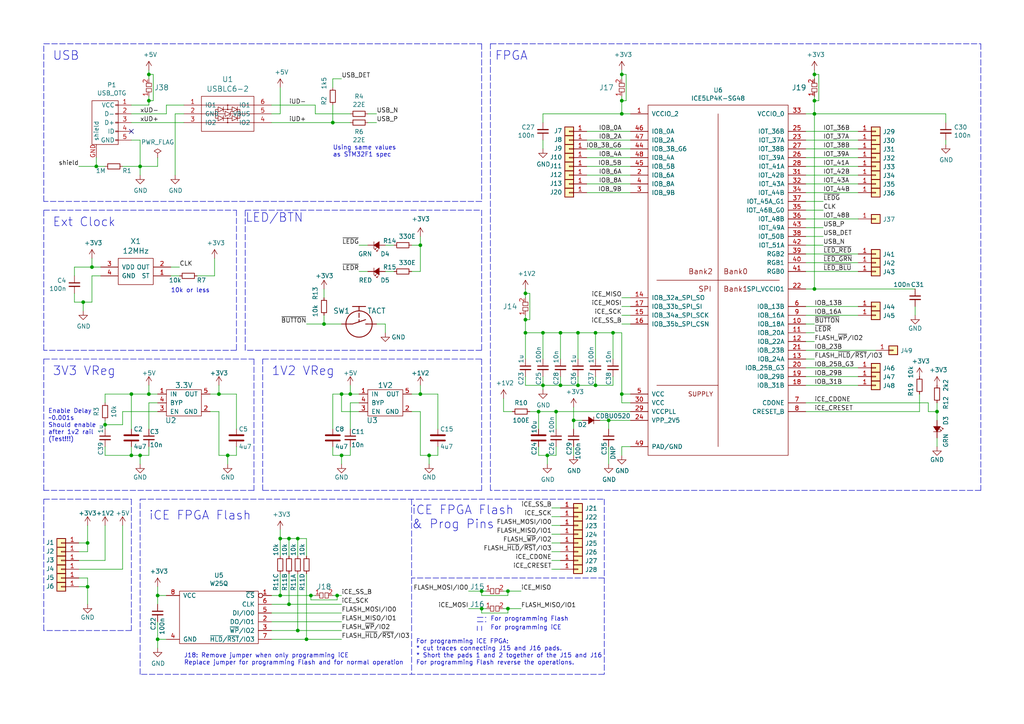
<source format=kicad_sch>
(kicad_sch (version 20231120) (generator "eeschema") (generator_version "8.0")
  (paper "A4")
  (title_block (title "iCEBreaker-bitsy") (rev "V0.1a") (company "1BitSquared") (comment 1 "2018 (C) 1BitSquared <info@1bitsquared.com>") (comment 2 "2018 (C) Piotr Esden-Tempski <piotr@esden.net>") (comment 3 "License: CC-BY-SA V4.0"))
  (junction (at 124.46 132.08))
  (junction (at 139.7 176.53))
  (junction (at 81.28 172.72))
  (junction (at 81.28 156.21))
  (junction (at 157.48 111.76))
  (junction (at 167.64 111.76))
  (junction (at 152.4 85.09))
  (junction (at 157.48 96.52))
  (junction (at 177.8 96.52))
  (junction (at 236.22 29.21))
  (junction (at 43.18 114.3))
  (junction (at 40.64 132.08))
  (junction (at 96.52 35.56))
  (junction (at 88.9 185.42))
  (junction (at 83.82 156.21))
  (junction (at 86.36 156.21))
  (junction (at 167.64 96.52))
  (junction (at 147.32 176.53))
  (junction (at 24.13 87.63))
  (junction (at 166.37 121.92))
  (junction (at 180.34 21.59))
  (junction (at 93.98 93.98))
  (junction (at 99.06 132.08))
  (junction (at 172.72 96.52))
  (junction (at 97.79 172.72))
  (junction (at 38.1 114.3))
  (junction (at 63.5 114.3))
  (junction (at 236.22 21.59))
  (junction (at 99.06 114.3))
  (junction (at 43.18 29.21))
  (junction (at 40.64 48.26))
  (junction (at 162.56 96.52))
  (junction (at 236.22 83.82))
  (junction (at 38.1 132.08))
  (junction (at 121.92 114.3))
  (junction (at 43.18 21.59))
  (junction (at 30.48 123.19))
  (junction (at 176.53 121.92))
  (junction (at 66.04 132.08))
  (junction (at 121.92 71.12))
  (junction (at 152.4 92.71))
  (junction (at 147.32 171.45))
  (junction (at 162.56 111.76))
  (junction (at 101.6 114.3))
  (junction (at 45.72 172.72))
  (junction (at 139.7 171.45))
  (junction (at 180.34 29.21))
  (junction (at 152.4 96.52))
  (junction (at 83.82 175.26))
  (junction (at 236.22 33.02))
  (junction (at 27.94 48.26))
  (junction (at 271.78 119.38))
  (junction (at 180.34 114.3))
  (junction (at 180.34 33.02))
  (junction (at 25.4 170.18))
  (junction (at 172.72 111.76))
  (junction (at 158.75 132.08))
  (junction (at 90.17 172.72))
  (junction (at 161.29 119.38))
  (junction (at 45.72 185.42))
  (junction (at 25.4 157.48))
  (junction (at 156.21 119.38))
  (junction (at 86.36 182.88))
  (junction (at 26.67 77.47))
  (no_connect (at 38.1 38.1))
  (polyline (pts (xy 71.12 60.96) (xy 139.7 60.96)) (stroke (width 0) (type dash)))
  (wire (pts (xy 43.18 114.3) (xy 43.18 111.76)))
  (wire (pts (xy 124.46 132.08) (xy 124.46 134.62)))
  (polyline (pts (xy 138.43 181.61) (xy 138.43 182.88)) (stroke (width 0) (type dash)))
  (wire (pts (xy 158.75 132.08) (xy 158.75 134.62)))
  (wire (pts (xy 38.1 33.02) (xy 48.26 33.02)))
  (polyline (pts (xy 40.64 195.58) (xy 40.64 144.78)) (stroke (width 0) (type dash)))
  (wire (pts (xy 30.48 123.19) (xy 35.56 123.19)))
  (wire (pts (xy 172.72 96.52) (xy 167.64 96.52)))
  (wire (pts (xy 38.1 114.3) (xy 43.18 114.3)))
  (polyline (pts (xy 284.48 142.24) (xy 142.24 142.24)) (stroke (width 0) (type dash)))
  (wire (pts (xy 26.67 80.01) (xy 26.67 87.63)))
  (wire (pts (xy 96.52 22.86) (xy 99.06 22.86)))
  (wire (pts (xy 162.56 165.1) (xy 160.02 165.1)))
  (wire (pts (xy 96.52 114.3) (xy 99.06 114.3)))
  (wire (pts (xy 156.21 124.46) (xy 156.21 119.38)))
  (wire (pts (xy 182.88 88.9) (xy 180.34 88.9)))
  (wire (pts (xy 147.32 177.8) (xy 147.32 176.53)))
  (wire (pts (xy 180.34 27.94) (xy 180.34 29.21)))
  (polyline (pts (xy 139.7 101.6) (xy 71.12 101.6)) (stroke (width 0) (type dash)))
  (wire (pts (xy 173.99 121.92) (xy 176.53 121.92)))
  (wire (pts (xy 237.49 29.21) (xy 236.22 29.21)))
  (wire (pts (xy 274.32 40.64) (xy 274.32 41.91)))
  (wire (pts (xy 121.92 78.74) (xy 119.38 78.74)))
  (polyline (pts (xy 284.48 12.7) (xy 284.48 142.24)) (stroke (width 0) (type dash)))
  (polyline (pts (xy 73.66 104.14) (xy 73.66 142.24)) (stroke (width 0) (type dash)))
  (wire (pts (xy 182.88 43.18) (xy 170.18 43.18)))
  (wire (pts (xy 233.68 40.64) (xy 248.92 40.64)))
  (wire (pts (xy 83.82 156.21) (xy 86.36 156.21)))
  (wire (pts (xy 162.56 147.32) (xy 160.02 147.32)))
  (wire (pts (xy 157.48 40.64) (xy 157.48 43.18)))
  (wire (pts (xy 96.52 35.56) (xy 96.52 30.48)))
  (wire (pts (xy 152.4 111.76) (xy 157.48 111.76)))
  (polyline (pts (xy 38.1 144.78) (xy 38.1 182.88)) (stroke (width 0) (type dash)))
  (wire (pts (xy 43.18 20.32) (xy 43.18 21.59)))
  (wire (pts (xy 236.22 83.82) (xy 265.43 83.82)))
  (wire (pts (xy 30.48 129.54) (xy 30.48 132.08)))
  (wire (pts (xy 233.68 116.84) (xy 269.24 116.84)))
  (wire (pts (xy 152.4 91.44) (xy 152.4 92.71)))
  (wire (pts (xy 29.21 80.01) (xy 26.67 80.01)))
  (polyline (pts (xy 139.7 60.96) (xy 139.7 101.6)) (stroke (width 0) (type dash)))
  (wire (pts (xy 96.52 35.56) (xy 101.6 35.56)))
  (wire (pts (xy 167.64 96.52) (xy 162.56 96.52)))
  (wire (pts (xy 104.14 116.84) (xy 101.6 116.84)))
  (wire (pts (xy 233.68 43.18) (xy 248.92 43.18)))
  (wire (pts (xy 22.86 165.1) (xy 35.56 165.1)))
  (wire (pts (xy 91.44 30.48) (xy 91.44 33.02)))
  (wire (pts (xy 111.76 93.98) (xy 111.76 96.52)))
  (wire (pts (xy 88.9 156.21) (xy 88.9 161.29)))
  (wire (pts (xy 182.88 86.36) (xy 180.34 86.36)))
  (wire (pts (xy 48.26 172.72) (xy 45.72 172.72)))
  (wire (pts (xy 30.48 116.84) (xy 30.48 114.3)))
  (wire (pts (xy 99.06 119.38) (xy 99.06 114.3)))
  (polyline (pts (xy 138.43 180.34) (xy 140.97 180.34)) (stroke (width 0) (type dash)))
  (wire (pts (xy 233.68 91.44) (xy 248.92 91.44)))
  (wire (pts (xy 106.68 35.56) (xy 109.22 35.56)))
  (wire (pts (xy 119.38 114.3) (xy 121.92 114.3)))
  (wire (pts (xy 78.74 30.48) (xy 91.44 30.48)))
  (wire (pts (xy 182.88 45.72) (xy 170.18 45.72)))
  (wire (pts (xy 152.4 92.71) (xy 152.4 96.52)))
  (wire (pts (xy 181.61 21.59) (xy 181.61 29.21)))
  (wire (pts (xy 182.88 91.44) (xy 180.34 91.44)))
  (wire (pts (xy 83.82 156.21) (xy 83.82 161.29)))
  (wire (pts (xy 177.8 111.76) (xy 172.72 111.76)))
  (wire (pts (xy 233.68 109.22) (xy 248.92 109.22)))
  (wire (pts (xy 233.68 38.1) (xy 248.92 38.1)))
  (wire (pts (xy 182.88 55.88) (xy 170.18 55.88)))
  (wire (pts (xy 233.68 58.42) (xy 238.76 58.42)))
  (wire (pts (xy 93.98 86.36) (xy 93.98 83.82)))
  (wire (pts (xy 81.28 33.02) (xy 81.28 25.4)))
  (wire (pts (xy 156.21 129.54) (xy 156.21 132.08)))
  (wire (pts (xy 160.02 152.4) (xy 162.56 152.4)))
  (polyline (pts (xy 139.7 142.24) (xy 76.2 142.24)) (stroke (width 0) (type dash)))
  (wire (pts (xy 180.34 29.21) (xy 180.34 33.02)))
  (wire (pts (xy 96.52 132.08) (xy 99.06 132.08)))
  (wire (pts (xy 38.1 30.48) (xy 43.18 30.48)))
  (wire (pts (xy 101.6 132.08) (xy 101.6 129.54)))
  (wire (pts (xy 35.56 165.1) (xy 35.56 152.4)))
  (wire (pts (xy 63.5 132.08) (xy 66.04 132.08)))
  (wire (pts (xy 30.48 114.3) (xy 38.1 114.3)))
  (polyline (pts (xy 76.2 142.24) (xy 76.2 104.14)) (stroke (width 0) (type dash)))
  (wire (pts (xy 21.59 80.01) (xy 21.59 77.47)))
  (polyline (pts (xy 40.64 144.78) (xy 175.26 144.78)) (stroke (width 0) (type dash)))
  (wire (pts (xy 43.18 114.3) (xy 45.72 114.3)))
  (wire (pts (xy 162.56 111.76) (xy 162.56 109.22)))
  (wire (pts (xy 96.52 129.54) (xy 96.52 132.08)))
  (wire (pts (xy 233.68 104.14) (xy 236.22 104.14)))
  (wire (pts (xy 233.68 71.12) (xy 238.76 71.12)))
  (wire (pts (xy 236.22 21.59) (xy 237.49 21.59)))
  (wire (pts (xy 172.72 109.22) (xy 172.72 111.76)))
  (wire (pts (xy 152.4 109.22) (xy 152.4 111.76)))
  (wire (pts (xy 40.64 48.26) (xy 45.72 48.26)))
  (wire (pts (xy 45.72 180.34) (xy 45.72 185.42)))
  (wire (pts (xy 43.18 132.08) (xy 43.18 129.54)))
  (wire (pts (xy 86.36 156.21) (xy 88.9 156.21)))
  (wire (pts (xy 66.04 132.08) (xy 68.58 132.08)))
  (wire (pts (xy 97.79 173.99) (xy 90.17 173.99)))
  (wire (pts (xy 269.24 119.38) (xy 271.78 119.38)))
  (wire (pts (xy 181.61 29.21) (xy 180.34 29.21)))
  (wire (pts (xy 182.88 48.26) (xy 170.18 48.26)))
  (wire (pts (xy 104.14 119.38) (xy 99.06 119.38)))
  (polyline (pts (xy 175.26 195.58) (xy 40.64 195.58)) (stroke (width 0) (type dash)))
  (wire (pts (xy 101.6 114.3) (xy 104.14 114.3)))
  (wire (pts (xy 166.37 129.54) (xy 166.37 132.08)))
  (wire (pts (xy 93.98 93.98) (xy 88.9 93.98)))
  (wire (pts (xy 21.59 87.63) (xy 24.13 87.63)))
  (wire (pts (xy 180.34 21.59) (xy 180.34 22.86)))
  (wire (pts (xy 99.06 132.08) (xy 99.06 134.62)))
  (wire (pts (xy 30.48 132.08) (xy 38.1 132.08)))
  (wire (pts (xy 43.18 21.59) (xy 43.18 22.86)))
  (wire (pts (xy 109.22 93.98) (xy 111.76 93.98)))
  (wire (pts (xy 101.6 114.3) (xy 101.6 111.76)))
  (wire (pts (xy 182.88 116.84) (xy 180.34 116.84)))
  (wire (pts (xy 78.74 175.26) (xy 83.82 175.26)))
  (wire (pts (xy 180.34 129.54) (xy 180.34 132.08)))
  (wire (pts (xy 45.72 48.26) (xy 45.72 45.72)))
  (wire (pts (xy 60.96 119.38) (xy 63.5 119.38)))
  (wire (pts (xy 139.7 171.45) (xy 135.89 171.45)))
  (wire (pts (xy 66.04 132.08) (xy 66.04 134.62)))
  (wire (pts (xy 176.53 124.46) (xy 176.53 121.92)))
  (wire (pts (xy 27.94 48.26) (xy 22.86 48.26)))
  (wire (pts (xy 271.78 116.84) (xy 271.78 119.38)))
  (wire (pts (xy 146.05 171.45) (xy 147.32 171.45)))
  (wire (pts (xy 25.4 157.48) (xy 25.4 152.4)))
  (wire (pts (xy 180.34 114.3) (xy 180.34 116.84)))
  (wire (pts (xy 274.32 33.02) (xy 274.32 35.56)))
  (wire (pts (xy 40.64 132.08) (xy 40.64 134.62)))
  (wire (pts (xy 22.86 167.64) (xy 25.4 167.64)))
  (wire (pts (xy 26.67 77.47) (xy 26.67 74.93)))
  (polyline (pts (xy 76.2 104.14) (xy 139.7 104.14)) (stroke (width 0) (type dash)))
  (wire (pts (xy 157.48 96.52) (xy 157.48 104.14)))
  (polyline (pts (xy 12.7 104.14) (xy 73.66 104.14)) (stroke (width 0) (type dash)))
  (wire (pts (xy 161.29 119.38) (xy 161.29 124.46)))
  (wire (pts (xy 162.56 96.52) (xy 157.48 96.52)))
  (wire (pts (xy 166.37 121.92) (xy 166.37 124.46)))
  (wire (pts (xy 233.68 33.02) (xy 236.22 33.02)))
  (wire (pts (xy 78.74 33.02) (xy 81.28 33.02)))
  (wire (pts (xy 78.74 172.72) (xy 81.28 172.72)))
  (wire (pts (xy 40.64 40.64) (xy 40.64 48.26)))
  (wire (pts (xy 121.92 119.38) (xy 121.92 132.08)))
  (polyline (pts (xy 139.7 181.61) (xy 139.7 182.88)) (stroke (width 0) (type dash)))
  (wire (pts (xy 63.5 114.3) (xy 68.58 114.3)))
  (wire (pts (xy 146.05 119.38) (xy 148.59 119.38)))
  (wire (pts (xy 106.68 71.12) (xy 104.14 71.12)))
  (wire (pts (xy 63.5 114.3) (xy 63.5 111.76)))
  (wire (pts (xy 38.1 129.54) (xy 38.1 132.08)))
  (wire (pts (xy 48.26 185.42) (xy 45.72 185.42)))
  (wire (pts (xy 27.94 45.72) (xy 27.94 48.26)))
  (wire (pts (xy 160.02 149.86) (xy 162.56 149.86)))
  (wire (pts (xy 25.4 160.02) (xy 25.4 157.48)))
  (wire (pts (xy 157.48 96.52) (xy 152.4 96.52)))
  (wire (pts (xy 119.38 71.12) (xy 121.92 71.12)))
  (wire (pts (xy 78.74 182.88) (xy 86.36 182.88)))
  (wire (pts (xy 265.43 88.9) (xy 265.43 91.44)))
  (wire (pts (xy 106.68 78.74) (xy 104.14 78.74)))
  (wire (pts (xy 233.68 119.38) (xy 266.7 119.38)))
  (wire (pts (xy 236.22 29.21) (xy 236.22 33.02)))
  (wire (pts (xy 93.98 91.44) (xy 93.98 93.98)))
  (wire (pts (xy 88.9 185.42) (xy 88.9 166.37)))
  (wire (pts (xy 162.56 96.52) (xy 162.56 104.14)))
  (polyline (pts (xy 12.7 144.78) (xy 38.1 144.78)) (stroke (width 0) (type dash)))
  (wire (pts (xy 233.68 83.82) (xy 236.22 83.82)))
  (wire (pts (xy 99.06 93.98) (xy 93.98 93.98)))
  (wire (pts (xy 119.38 119.38) (xy 121.92 119.38)))
  (polyline (pts (xy 12.7 58.42) (xy 12.7 12.7)) (stroke (width 0) (type dash)))
  (wire (pts (xy 44.45 29.21) (xy 43.18 29.21)))
  (wire (pts (xy 180.34 96.52) (xy 177.8 96.52)))
  (wire (pts (xy 233.68 106.68) (xy 248.92 106.68)))
  (wire (pts (xy 86.36 182.88) (xy 99.06 182.88)))
  (wire (pts (xy 81.28 172.72) (xy 90.17 172.72)))
  (polyline (pts (xy 138.43 179.07) (xy 140.97 179.07)) (stroke (width 0) (type dash)))
  (wire (pts (xy 233.68 50.8) (xy 248.92 50.8)))
  (wire (pts (xy 96.52 172.72) (xy 97.79 172.72)))
  (polyline (pts (xy 142.24 12.7) (xy 284.48 12.7)) (stroke (width 0) (type dash)))
  (wire (pts (xy 233.68 78.74) (xy 248.92 78.74)))
  (wire (pts (xy 29.21 77.47) (xy 26.67 77.47)))
  (wire (pts (xy 233.68 63.5) (xy 248.92 63.5)))
  (wire (pts (xy 45.72 172.72) (xy 45.72 170.18)))
  (wire (pts (xy 38.1 114.3) (xy 38.1 124.46)))
  (wire (pts (xy 38.1 40.64) (xy 40.64 40.64)))
  (wire (pts (xy 233.68 66.04) (xy 238.76 66.04)))
  (wire (pts (xy 177.8 96.52) (xy 177.8 104.14)))
  (wire (pts (xy 158.75 132.08) (xy 156.21 132.08)))
  (wire (pts (xy 45.72 185.42) (xy 45.72 187.96)))
  (wire (pts (xy 182.88 33.02) (xy 180.34 33.02)))
  (wire (pts (xy 172.72 111.76) (xy 167.64 111.76)))
  (wire (pts (xy 233.68 99.06) (xy 236.22 99.06)))
  (wire (pts (xy 81.28 153.67) (xy 81.28 156.21)))
  (wire (pts (xy 182.88 53.34) (xy 170.18 53.34)))
  (wire (pts (xy 35.56 123.19) (xy 35.56 119.38)))
  (polyline (pts (xy 139.7 104.14) (xy 139.7 142.24)) (stroke (width 0) (type dash)))
  (wire (pts (xy 101.6 116.84) (xy 101.6 124.46)))
  (polyline (pts (xy 12.7 12.7) (xy 139.7 12.7)) (stroke (width 0) (type dash)))
  (wire (pts (xy 269.24 116.84) (xy 269.24 119.38)))
  (wire (pts (xy 233.68 101.6) (xy 254 101.6)))
  (wire (pts (xy 24.13 87.63) (xy 24.13 90.17)))
  (wire (pts (xy 177.8 96.52) (xy 172.72 96.52)))
  (wire (pts (xy 121.92 114.3) (xy 121.92 111.76)))
  (wire (pts (xy 147.32 171.45) (xy 151.13 171.45)))
  (wire (pts (xy 160.02 154.94) (xy 162.56 154.94)))
  (polyline (pts (xy 139.7 58.42) (xy 12.7 58.42)) (stroke (width 0) (type dash)))
  (wire (pts (xy 78.74 35.56) (xy 96.52 35.56)))
  (wire (pts (xy 43.18 27.94) (xy 43.18 29.21)))
  (wire (pts (xy 106.68 33.02) (xy 109.22 33.02)))
  (wire (pts (xy 30.48 162.56) (xy 30.48 152.4)))
  (wire (pts (xy 161.29 132.08) (xy 158.75 132.08)))
  (wire (pts (xy 182.88 93.98) (xy 180.34 93.98)))
  (wire (pts (xy 233.68 73.66) (xy 248.92 73.66)))
  (wire (pts (xy 167.64 96.52) (xy 167.64 104.14)))
  (wire (pts (xy 24.13 87.63) (xy 26.67 87.63)))
  (wire (pts (xy 236.22 33.02) (xy 236.22 83.82)))
  (wire (pts (xy 121.92 78.74) (xy 121.92 71.12)))
  (wire (pts (xy 236.22 33.02) (xy 274.32 33.02)))
  (wire (pts (xy 78.74 177.8) (xy 99.06 177.8)))
  (wire (pts (xy 86.36 156.21) (xy 86.36 161.29)))
  (wire (pts (xy 147.32 172.72) (xy 147.32 171.45)))
  (wire (pts (xy 162.56 162.56) (xy 160.02 162.56)))
  (wire (pts (xy 81.28 156.21) (xy 83.82 156.21)))
  (wire (pts (xy 182.88 50.8) (xy 170.18 50.8)))
  (wire (pts (xy 35.56 48.26) (xy 40.64 48.26)))
  (wire (pts (xy 157.48 111.76) (xy 157.48 113.03)))
  (wire (pts (xy 140.97 171.45) (xy 139.7 171.45)))
  (wire (pts (xy 63.5 119.38) (xy 63.5 132.08)))
  (wire (pts (xy 139.7 172.72) (xy 147.32 172.72)))
  (wire (pts (xy 22.86 157.48) (xy 25.4 157.48)))
  (polyline (pts (xy 12.7 60.96) (xy 68.58 60.96)) (stroke (width 0) (type dash)))
  (wire (pts (xy 182.88 40.64) (xy 170.18 40.64)))
  (wire (pts (xy 83.82 175.26) (xy 99.06 175.26)))
  (wire (pts (xy 146.05 176.53) (xy 147.32 176.53)))
  (wire (pts (xy 139.7 176.53) (xy 139.7 177.8)))
  (wire (pts (xy 172.72 96.52) (xy 172.72 104.14)))
  (polyline (pts (xy 175.26 167.64) (xy 119.38 167.64)) (stroke (width 0) (type dash)))
  (wire (pts (xy 43.18 116.84) (xy 43.18 124.46)))
  (wire (pts (xy 233.68 96.52) (xy 236.22 96.52)))
  (wire (pts (xy 49.53 77.47) (xy 52.07 77.47)))
  (wire (pts (xy 153.67 92.71) (xy 152.4 92.71)))
  (wire (pts (xy 266.7 119.38) (xy 266.7 114.3)))
  (wire (pts (xy 78.74 185.42) (xy 88.9 185.42)))
  (wire (pts (xy 233.68 111.76) (xy 248.92 111.76)))
  (wire (pts (xy 97.79 172.72) (xy 99.06 172.72)))
  (wire (pts (xy 48.26 30.48) (xy 53.34 30.48)))
  (wire (pts (xy 60.96 114.3) (xy 63.5 114.3)))
  (wire (pts (xy 271.78 119.38) (xy 271.78 121.92)))
  (wire (pts (xy 236.22 21.59) (xy 236.22 22.86)))
  (wire (pts (xy 180.34 20.32) (xy 180.34 21.59)))
  (wire (pts (xy 45.72 116.84) (xy 43.18 116.84)))
  (wire (pts (xy 99.06 114.3) (xy 101.6 114.3)))
  (wire (pts (xy 233.68 68.58) (xy 238.76 68.58)))
  (wire (pts (xy 38.1 35.56) (xy 53.34 35.56)))
  (wire (pts (xy 146.05 119.38) (xy 146.05 115.57)))
  (polyline (pts (xy 139.7 12.7) (xy 139.7 58.42)) (stroke (width 0) (type dash)))
  (wire (pts (xy 44.45 21.59) (xy 44.45 29.21)))
  (wire (pts (xy 121.92 68.58) (xy 121.92 71.12)))
  (polyline (pts (xy 73.66 142.24) (xy 12.7 142.24)) (stroke (width 0) (type dash)))
  (wire (pts (xy 53.34 33.02) (xy 50.8 33.02)))
  (wire (pts (xy 182.88 119.38) (xy 161.29 119.38)))
  (wire (pts (xy 180.34 21.59) (xy 181.61 21.59)))
  (polyline (pts (xy 175.26 144.78) (xy 175.26 195.58)) (stroke (width 0) (type dash)))
  (wire (pts (xy 49.53 80.01) (xy 52.07 80.01)))
  (wire (pts (xy 43.18 21.59) (xy 44.45 21.59)))
  (wire (pts (xy 96.52 25.4) (xy 96.52 22.86)))
  (wire (pts (xy 90.17 172.72) (xy 91.44 172.72)))
  (wire (pts (xy 22.86 170.18) (xy 25.4 170.18)))
  (wire (pts (xy 27.94 48.26) (xy 30.48 48.26)))
  (wire (pts (xy 233.68 45.72) (xy 248.92 45.72)))
  (wire (pts (xy 233.68 76.2) (xy 248.92 76.2)))
  (wire (pts (xy 121.92 114.3) (xy 127 114.3)))
  (wire (pts (xy 236.22 27.94) (xy 236.22 29.21)))
  (wire (pts (xy 180.34 33.02) (xy 157.48 33.02)))
  (wire (pts (xy 140.97 176.53) (xy 139.7 176.53)))
  (wire (pts (xy 153.67 85.09) (xy 153.67 92.71)))
  (wire (pts (xy 233.68 55.88) (xy 248.92 55.88)))
  (wire (pts (xy 233.68 48.26) (xy 248.92 48.26)))
  (wire (pts (xy 177.8 109.22) (xy 177.8 111.76)))
  (wire (pts (xy 90.17 173.99) (xy 90.17 172.72)))
  (wire (pts (xy 57.15 80.01) (xy 62.23 80.01)))
  (wire (pts (xy 111.76 78.74) (xy 114.3 78.74)))
  (wire (pts (xy 176.53 121.92) (xy 182.88 121.92)))
  (wire (pts (xy 233.68 88.9) (xy 248.92 88.9)))
  (wire (pts (xy 81.28 161.29) (xy 81.28 156.21)))
  (wire (pts (xy 182.88 114.3) (xy 180.34 114.3)))
  (wire (pts (xy 157.48 111.76) (xy 162.56 111.76)))
  (polyline (pts (xy 12.7 182.88) (xy 12.7 144.78)) (stroke (width 0) (type dash)))
  (wire (pts (xy 139.7 171.45) (xy 139.7 172.72)))
  (wire (pts (xy 157.48 33.02) (xy 157.48 35.56)))
  (wire (pts (xy 233.68 93.98) (xy 236.22 93.98)))
  (wire (pts (xy 78.74 180.34) (xy 99.06 180.34)))
  (wire (pts (xy 233.68 60.96) (xy 238.76 60.96)))
  (wire (pts (xy 127 114.3) (xy 127 124.46)))
  (wire (pts (xy 160.02 157.48) (xy 162.56 157.48)))
  (wire (pts (xy 21.59 85.09) (xy 21.59 87.63)))
  (wire (pts (xy 180.34 96.52) (xy 180.34 114.3)))
  (wire (pts (xy 168.91 121.92) (xy 166.37 121.92)))
  (wire (pts (xy 236.22 20.32) (xy 236.22 21.59)))
  (wire (pts (xy 91.44 33.02) (xy 101.6 33.02)))
  (wire (pts (xy 147.32 176.53) (xy 151.13 176.53)))
  (polyline (pts (xy 38.1 182.88) (xy 12.7 182.88)) (stroke (width 0) (type dash)))
  (wire (pts (xy 25.4 167.64) (xy 25.4 170.18)))
  (wire (pts (xy 167.64 111.76) (xy 162.56 111.76)))
  (wire (pts (xy 111.76 71.12) (xy 114.3 71.12)))
  (wire (pts (xy 96.52 114.3) (xy 96.52 124.46)))
  (wire (pts (xy 271.78 127) (xy 271.78 129.54)))
  (wire (pts (xy 127 132.08) (xy 127 129.54)))
  (wire (pts (xy 237.49 21.59) (xy 237.49 29.21)))
  (wire (pts (xy 121.92 132.08) (xy 124.46 132.08)))
  (wire (pts (xy 182.88 38.1) (xy 170.18 38.1)))
  (polyline (pts (xy 12.7 142.24) (xy 12.7 104.14)) (stroke (width 0) (type dash)))
  (wire (pts (xy 157.48 109.22) (xy 157.48 111.76)))
  (wire (pts (xy 62.23 74.93) (xy 62.23 80.01)))
  (wire (pts (xy 88.9 185.42) (xy 99.06 185.42)))
  (wire (pts (xy 124.46 132.08) (xy 127 132.08)))
  (wire (pts (xy 152.4 85.09) (xy 153.67 85.09)))
  (wire (pts (xy 167.64 109.22) (xy 167.64 111.76)))
  (polyline (pts (xy 68.58 101.6) (xy 12.7 101.6)) (stroke (width 0) (type dash)))
  (wire (pts (xy 233.68 53.34) (xy 248.92 53.34)))
  (wire (pts (xy 139.7 177.8) (xy 147.32 177.8)))
  (wire (pts (xy 176.53 129.54) (xy 176.53 134.62)))
  (wire (pts (xy 22.86 160.02) (xy 25.4 160.02)))
  (wire (pts (xy 43.18 29.21) (xy 43.18 30.48)))
  (wire (pts (xy 38.1 132.08) (xy 40.64 132.08)))
  (wire (pts (xy 48.26 33.02) (xy 48.26 30.48)))
  (wire (pts (xy 182.88 129.54) (xy 180.34 129.54)))
  (wire (pts (xy 81.28 166.37) (xy 81.28 172.72)))
  (wire (pts (xy 97.79 172.72) (xy 97.79 173.99)))
  (wire (pts (xy 21.59 77.47) (xy 26.67 77.47)))
  (wire (pts (xy 166.37 121.92) (xy 166.37 118.11)))
  (wire (pts (xy 40.64 48.26) (xy 40.64 50.8)))
  (wire (pts (xy 68.58 114.3) (xy 68.58 124.46)))
  (wire (pts (xy 152.4 85.09) (xy 152.4 86.36)))
  (wire (pts (xy 68.58 132.08) (xy 68.58 129.54)))
  (wire (pts (xy 156.21 119.38) (xy 161.29 119.38)))
  (wire (pts (xy 160.02 160.02) (xy 162.56 160.02)))
  (wire (pts (xy 83.82 166.37) (xy 83.82 175.26)))
  (wire (pts (xy 153.67 119.38) (xy 156.21 119.38)))
  (wire (pts (xy 45.72 172.72) (xy 45.72 175.26)))
  (polyline (pts (xy 71.12 101.6) (xy 71.12 60.96)) (stroke (width 0) (type dash)))
  (wire (pts (xy 161.29 129.54) (xy 161.29 132.08)))
  (wire (pts (xy 30.48 121.92) (xy 30.48 123.19)))
  (wire (pts (xy 22.86 162.56) (xy 30.48 162.56)))
  (wire (pts (xy 99.06 132.08) (xy 101.6 132.08)))
  (wire (pts (xy 86.36 182.88) (xy 86.36 166.37)))
  (polyline (pts (xy 68.58 60.96) (xy 68.58 101.6)) (stroke (width 0) (type dash)))
  (wire (pts (xy 30.48 123.19) (xy 30.48 124.46)))
  (wire (pts (xy 139.7 176.53) (xy 135.89 176.53)))
  (wire (pts (xy 152.4 83.82) (xy 152.4 85.09)))
  (wire (pts (xy 50.8 33.02) (xy 50.8 50.8)))
  (wire (pts (xy 25.4 170.18) (xy 25.4 175.26)))
  (polyline (pts (xy 142.24 142.24) (xy 142.24 12.7)) (stroke (width 0) (type dash)))
  (wire (pts (xy 35.56 119.38) (xy 45.72 119.38)))
  (wire (pts (xy 152.4 96.52) (xy 152.4 104.14)))
  (polyline (pts (xy 12.7 101.6) (xy 12.7 60.96)) (stroke (width 0) (type dash)))
  (polyline (pts (xy 119.38 144.78) (xy 119.38 195.58)) (stroke (width 0) (type dash)))
  (wire (pts (xy 40.64 132.08) (xy 43.18 132.08)))
  (text "FPGA" (at 143.51 17.78 0) (effects (font (size 2.54 2.54)) (justify left bottom)))
  (text "iCE FPGA Flash" (at 43.18 151.13 0) (effects (font (size 2.54 2.54)) (justify left bottom)))
  (text "For programming Flash" (at 142.24 180.34 0) (effects (font (size 1.27 1.27)) (justify left bottom)))
  (text "For programming iCE" (at 142.24 182.88 0) (effects (font (size 1.27 1.27)) (justify left bottom)))
  (text "iCE FPGA Flash\n& Prog Pins" (at 119.38 153.67 0) (effects (font (size 2.54 2.54)) (justify left bottom)))
  (text "Using same values\nas STM32F1 spec" (at 96.52 45.72 0) (effects (font (size 1.27 1.27)) (justify left bottom)))
  (text "LED/BTN" (at 71.12 64.77 0) (effects (font (size 2.54 2.54)) (justify left bottom)))
  (text "Enable Delay\n~0.001s\nShould enable\nafter 1v2 rail\n(Test!!!)" (at 13.97 128.27 0) (effects (font (size 1.27 1.27)) (justify left bottom)))
  (text "USB" (at 15.24 17.78 0) (effects (font (size 2.54 2.54)) (justify left bottom)))
  (text "3V3 VReg" (at 15.24 109.22 0) (effects (font (size 2.54 2.54)) (justify left bottom)))
  (text "1V2 VReg" (at 78.74 109.22 0) (effects (font (size 2.54 2.54)) (justify left bottom)))
  (text "For programming iCE FPGA:\n* cut traces connecting J15 and J16 pads.\n* Short the pads 1 and 2 together of the J15 and J16\nFor programming Flash reverse the operations." (at 120.65 193.04 0) (effects (font (size 1.27 1.27)) (justify left bottom)))
  (text "10k or less" (at 49.53 85.09 0) (effects (font (size 1.27 1.27)) (justify left bottom)))
  (text "J18: Remove jumper when only programming iCE\nReplace jumper for programming Flash and for normal operation" (at 53.34 193.04 0) (effects (font (size 1.27 1.27)) (justify left bottom)))
  (text "Ext Clock" (at 15.24 66.04 0) (effects (font (size 2.54 2.54)) (justify left bottom)))
  (label "iUD+" (at 83.82 35.56 0))
  (label "FLASH_MOSI/IO0" (at 99.06 177.8 0))
  (label "iUD-" (at 83.82 30.48 0))
  (label "FLASH_MISO/IO1" (at 151.13 176.53 0))
  (label "~{LEDG}" (at 104.14 71.12 180))
  (label "shield" (at 22.86 48.26 180))
  (label "iCE_SCK" (at 160.02 149.86 180))
  (label "IOT_41A" (at 238.76 48.26 0))
  (label "~{LED_RED}" (at 238.76 73.66 0))
  (label "USB_DET" (at 99.06 22.86 0))
  (label "iCE_SCK" (at 99.06 175.26 0))
  (label "IOB_3B_G6" (at 180.34 43.18 180))
  (label "USB_P" (at 238.76 66.04 0))
  (label "USB_DET" (at 238.76 68.58 0))
  (label "iCE_MOSI" (at 180.34 88.9 180))
  (label "USB_N" (at 109.22 33.02 0))
  (label "iCE_MISO" (at 180.34 86.36 180))
  (label "FLASH_~{WP}/IO2" (at 160.02 157.48 180))
  (label "USB_P" (at 109.22 35.56 0))
  (label "IOT_39A" (at 238.76 45.72 0))
  (label "IOB_25B_G3" (at 236.22 106.68 0))
  (label "~{BUTTON}" (at 236.22 93.98 0))
  (label "USB_N" (at 238.76 71.12 0))
  (label "IOB_0A" (at 180.34 38.1 180))
  (label "iCE_MISO" (at 151.13 171.45 0))
  (label "~{LEDG}" (at 238.76 58.42 0))
  (label "IOT_42B" (at 238.76 50.8 0))
  (label "~{LEDR}" (at 236.22 96.52 0))
  (label "FLASH_~{WP}/IO2" (at 99.06 182.88 0))
  (label "iCE_SS_B" (at 160.02 147.32 180))
  (label "IOB_2A" (at 180.34 40.64 180))
  (label "~{LEDR}" (at 104.14 78.74 180))
  (label "IOB_23B" (at 236.22 101.6 0))
  (label "FLASH_~{WP}/IO2" (at 236.22 99.06 0))
  (label "iCE_CRESET" (at 160.02 165.1 180))
  (label "CLK" (at 238.76 60.96 0))
  (label "FLASH_~{HLD}/~{RST}/IO3" (at 99.06 185.42 0))
  (label "~{LED_BLU}" (at 238.76 78.74 0))
  (label "IOB_6A" (at 180.34 50.8 180))
  (label "IOB_16A" (at 236.22 91.44 0))
  (label "IOT_37A" (at 238.76 40.64 0))
  (label "iCE_SCK" (at 180.34 91.44 180))
  (label "~{LED_GRN}" (at 238.76 76.2 0))
  (label "iCE_CDONE" (at 236.22 116.84 0))
  (label "FLASH_MOSI/IO0" (at 160.02 152.4 180))
  (label "IOT_43A" (at 238.76 53.34 0))
  (label "FLASH_MISO/IO1" (at 99.06 180.34 0))
  (label "iCE_MOSI" (at 135.89 176.53 180))
  (label "xUD+" (at 40.64 35.56 0))
  (label "IOB_29B" (at 236.22 109.22 0))
  (label "CLK" (at 52.07 77.47 0))
  (label "IOB_31B" (at 236.22 111.76 0))
  (label "IOB_4A" (at 180.34 45.72 180))
  (label "xUD-" (at 40.64 33.02 0))
  (label "IOB_9B" (at 180.34 55.88 180))
  (label "FLASH_MISO/IO1" (at 160.02 154.94 180))
  (label "IOT_36B" (at 238.76 38.1 0))
  (label "IOB_8A" (at 180.34 53.34 180))
  (label "FLASH_MOSI/IO0" (at 135.89 171.45 180))
  (label "FLASH_~{HLD}/~{RST}/IO3" (at 160.02 160.02 180))
  (label "IOB_13B" (at 236.22 88.9 0))
  (label "iCE_CDONE" (at 160.02 162.56 180))
  (label "iCE_SS_B" (at 99.06 172.72 0))
  (label "IOB_5B" (at 180.34 48.26 180))
  (label "IOT_38B" (at 238.76 43.18 0))
  (label "FLASH_~{HLD}/~{RST}/IO3" (at 236.22 104.14 0))
  (label "~{BUTTON}" (at 88.9 93.98 180))
  (label "iCE_SS_B" (at 180.34 93.98 180))
  (label "IOT_44B" (at 238.76 55.88 0))
  (label "IOT_48B" (at 238.76 63.5 0))
  (label "iCE_CRESET" (at 236.22 119.38 0))
  (symbol (lib_id "icebreaker-bitsy-rescue:ICE5LP4K-SG48-pkl_lattice") (at 208.28 81.28 0) (unit 1)
    (property "Reference" "U6" (at 208.28 26.162 0))
    (property "Value" "ICE5LP4K-SG48" (at 208.28 28.5242 0))
    (property "Footprint" "pkl_housings_dfn_qfn:QFN-48-1EP_7x7mm_Pitch0.5mm" (effects (hide yes)))
    (property "Source" "ANY" (effects (hide yes)))
    (property "Key" "ic-ice5lp4k-sg48" (effects (hide yes)))
  )
  (symbol (lib_id "icebreaker-bitsy-rescue:GND-power") (at 180.34 132.08 0) (unit 1)
    (property "Reference" "#PWR01" (effects (hide yes)))
    (property "Value" "GND" (at 180.467 136.5504 0))
  )
  (symbol (lib_id "icebreaker-bitsy-rescue:Oscillator-pkl_device") (at 39.37 80.01 180) (unit 1)
    (property "Reference" "X1" (at 39.37 69.977 0) (effects (font (size 1.524 1.524))))
    (property "Value" "12MHz" (at 39.37 72.771 0) (effects (font (size 1.524 1.524))))
    (property "Footprint" "pkl_housings_sot:SOT-23-5" (effects (hide yes)))
    (property "Datasheet" "https://www.sitime.com/datasheet/SiT2001" (effects (hide yes)))
    (property "Description" "12MHz Oscillator" (effects (hide yes)))
    (property "Manufacturer" "SiTIME" (effects (hide yes)))
    (property "MFN" "SIT2001BI-S2-33E-12.000000G" (effects (hide yes)))
    (property "Source" "ANY" (effects (hide yes)))
    (property "Key" "xtal-sot23-5-12mhz-osc" (effects (hide yes)))
  )
  (symbol (lib_id "icebreaker-bitsy-rescue:pkl_R_Small-pkl_device") (at 54.61 80.01 270) (unit 1)
    (property "Reference" "R7" (at 58.42 81.28 90))
    (property "Value" "10k" (at 50.8 81.28 90))
    (property "Footprint" "pkl_dipol:R_0402" (effects (hide yes)))
    (property "Source" "ANY" (effects (hide yes)))
    (property "Key" "res-0402-10k" (effects (hide yes)))
  )
  (symbol (lib_id "icebreaker-bitsy-rescue:+3V3-power") (at 62.23 74.93 0) (unit 1)
    (property "Reference" "#PWR02" (effects (hide yes)))
    (property "Value" "+3V3" (at 62.611 70.4596 0))
  )
  (symbol (lib_id "icebreaker-bitsy-rescue:+3V3-power") (at 26.67 74.93 0) (unit 1)
    (property "Reference" "#PWR03" (effects (hide yes)))
    (property "Value" "+3V3" (at 27.051 70.4596 0))
  )
  (symbol (lib_id "icebreaker-bitsy-rescue:GND-power") (at 24.13 90.17 0) (unit 1)
    (property "Reference" "#PWR05" (effects (hide yes)))
    (property "Value" "GND" (at 24.257 94.6404 0))
  )
  (symbol (lib_id "icebreaker-bitsy-rescue:pkl_C_Small-pkl_device") (at 21.59 82.55 0) (mirror y) (unit 1)
    (property "Reference" "C4" (at 19.2532 81.3562 0) (effects (justify left)))
    (property "Value" "100n" (at 19.2532 83.7184 0) (effects (justify left)))
    (property "Footprint" "pkl_dipol:C_0402" (effects (hide yes)))
    (property "Source" "ANY" (effects (hide yes)))
    (property "Key" "cap-cer-0402-100n" (effects (hide yes)))
  )
  (symbol (lib_id "icebreaker-bitsy-rescue:pkl_USB_OTG-pkl_conn") (at 30.48 35.56 90) (mirror x) (unit 1)
    (property "Reference" "P1" (at 32.4104 24.638 90))
    (property "Value" "USB_OTG" (at 32.4104 27.0002 90))
    (property "Footprint" "pkl_connectors:Connector_USB_Micro_B_SMD" (effects (hide yes)))
    (property "Key" "conn-smd-usb-micro-b" (effects (hide yes)))
    (property "Source" "ANY" (effects (hide yes)))
  )
  (symbol (lib_id "icebreaker-bitsy-rescue:pkl_R_Small-pkl_device") (at 33.02 48.26 270) (unit 1)
    (property "Reference" "R1" (at 36.83 49.53 90))
    (property "Value" "1M" (at 29.21 49.53 90))
    (property "Footprint" "pkl_dipol:R_0402" (effects (hide yes)))
    (property "Source" "ANY" (effects (hide yes)))
    (property "Key" "res-0402-1m" (effects (hide yes)))
  )
  (symbol (lib_id "icebreaker-bitsy-rescue:GND-power") (at 40.64 50.8 0) (unit 1)
    (property "Reference" "#PWR06" (effects (hide yes)))
    (property "Value" "GND" (at 40.767 55.2704 0))
  )
  (symbol (lib_id "icebreaker-bitsy-rescue:PWR_FLAG-power") (at 45.72 45.72 0) (unit 1)
    (property "Reference" "#FLG01" (effects (hide yes)))
    (property "Value" "PWR_FLAG" (at 45.72 41.2242 0))
  )
  (symbol (lib_id "icebreaker-bitsy-rescue:+5V-power") (at 43.18 20.32 0) (unit 1)
    (property "Reference" "#PWR08" (effects (hide yes)))
    (property "Value" "+5V" (at 43.561 15.8496 0))
  )
  (symbol (lib_id "icebreaker-bitsy-rescue:pkl_C_Small-pkl_device") (at 177.8 106.68 0) (mirror y) (unit 1)
    (property "Reference" "C38" (at 176.53 111.76 90) (effects (justify left)))
    (property "Value" "10n" (at 176.53 105.41 90) (effects (justify left)))
    (property "Footprint" "pkl_dipol:C_0402" (effects (hide yes)))
    (property "Source" "ANY" (effects (hide yes)))
    (property "Key" "cap-cer-0402-10n" (effects (hide yes)))
  )
  (symbol (lib_id "icebreaker-bitsy-rescue:pkl_C_Small-pkl_device") (at 172.72 106.68 0) (mirror y) (unit 1)
    (property "Reference" "C37" (at 171.45 111.76 90) (effects (justify left)))
    (property "Value" "100n" (at 171.45 105.41 90) (effects (justify left)))
    (property "Footprint" "pkl_dipol:C_0402" (effects (hide yes)))
    (property "Source" "ANY" (effects (hide yes)))
    (property "Key" "cap-cer-0402-100n" (effects (hide yes)))
  )
  (symbol (lib_id "icebreaker-bitsy-rescue:pkl_C_Small-pkl_device") (at 167.64 106.68 0) (mirror y) (unit 1)
    (property "Reference" "C36" (at 166.37 111.76 90) (effects (justify left)))
    (property "Value" "1u" (at 166.37 105.41 90) (effects (justify left)))
    (property "Footprint" "pkl_dipol:C_0402" (effects (hide yes)))
    (property "Source" "ANY" (effects (hide yes)))
    (property "Key" "cap-cer-0402-1u" (effects (hide yes)))
  )
  (symbol (lib_id "icebreaker-bitsy-rescue:pkl_VREG_5PIN_FIXED-pkl_device") (at 53.34 116.84 0) (unit 1)
    (property "Reference" "U2" (at 49.53 121.92 0) (effects (font (size 1.524 1.524))))
    (property "Value" "3.3V" (at 53.34 111.76 0) (effects (font (size 1.524 1.524))))
    (property "Footprint" "pkl_housings_sot:SOT-23-5" (effects (hide yes)))
    (property "Source" "ANY" (effects (hide yes)))
    (property "Key" "vreg-sot23-5-3v3" (effects (hide yes)))
  )
  (symbol (lib_id "icebreaker-bitsy-rescue:pkl_C-pkl_device") (at 38.1 127 0) (unit 1)
    (property "Reference" "C2" (at 38.735 124.46 0) (effects (justify left)))
    (property "Value" "4u7" (at 38.735 129.54 0) (effects (justify left)))
    (property "Footprint" "pkl_dipol:C_0603" (effects (hide yes)))
    (property "Source" "ANY" (effects (hide yes)))
    (property "Key" "cap-cer-0603-4u7" (effects (hide yes)))
  )
  (symbol (lib_id "icebreaker-bitsy-rescue:pkl_C_Small-pkl_device") (at 43.18 127 0) (unit 1)
    (property "Reference" "C3" (at 43.434 125.222 0) (effects (justify left)))
    (property "Value" "10n" (at 43.434 129.032 0) (effects (justify left)))
    (property "Footprint" "pkl_dipol:C_0402" (effects (hide yes)))
    (property "Source" "ANY" (effects (hide yes)))
    (property "Key" "cap-cer-0402-10n" (effects (hide yes)))
  )
  (symbol (lib_id "icebreaker-bitsy-rescue:GND-power") (at 40.64 134.62 0) (unit 1)
    (property "Reference" "#PWR081" (effects (hide yes)))
    (property "Value" "GND" (at 40.64 138.43 0))
  )
  (symbol (lib_id "icebreaker-bitsy-rescue:pkl_C-pkl_device") (at 68.58 127 0) (unit 1)
    (property "Reference" "C5" (at 69.215 124.46 0) (effects (justify left)))
    (property "Value" "4u7" (at 69.215 129.54 0) (effects (justify left)))
    (property "Footprint" "pkl_dipol:C_0603" (effects (hide yes)))
    (property "Source" "ANY" (effects (hide yes)))
    (property "Key" "cap-cer-0603-4u7" (effects (hide yes)))
  )
  (symbol (lib_id "icebreaker-bitsy-rescue:GND-power") (at 66.04 134.62 0) (unit 1)
    (property "Reference" "#PWR082" (effects (hide yes)))
    (property "Value" "GND" (at 66.04 138.43 0))
  )
  (symbol (lib_id "icebreaker-bitsy-rescue:+5V-power") (at 43.18 111.76 0) (unit 1)
    (property "Reference" "#PWR083" (effects (hide yes)))
    (property "Value" "+5V" (at 43.18 108.204 0))
  )
  (symbol (lib_id "icebreaker-bitsy-rescue:+3V3-power") (at 63.5 111.76 0) (unit 1)
    (property "Reference" "#PWR084" (effects (hide yes)))
    (property "Value" "+3V3" (at 63.5 108.204 0))
  )
  (symbol (lib_id "icebreaker-bitsy-rescue:pkl_VREG_5PIN_FIXED-pkl_device") (at 111.76 116.84 0) (unit 1)
    (property "Reference" "U3" (at 107.95 121.92 0) (effects (font (size 1.524 1.524))))
    (property "Value" "1V2" (at 111.76 111.76 0) (effects (font (size 1.524 1.524))))
    (property "Footprint" "pkl_housings_sot:SOT-23-5" (effects (hide yes)))
    (property "Source" "ANY" (effects (hide yes)))
    (property "Key" "vreg-sot23-5-1v2" (effects (hide yes)))
  )
  (symbol (lib_id "icebreaker-bitsy-rescue:pkl_C-pkl_device") (at 96.52 127 0) (unit 1)
    (property "Reference" "C8" (at 97.155 124.46 0) (effects (justify left)))
    (property "Value" "4u7" (at 97.155 129.54 0) (effects (justify left)))
    (property "Footprint" "pkl_dipol:C_0603" (effects (hide yes)))
    (property "Source" "ANY" (effects (hide yes)))
    (property "Key" "cap-cer-0603-4u7" (effects (hide yes)))
  )
  (symbol (lib_id "icebreaker-bitsy-rescue:pkl_C_Small-pkl_device") (at 101.6 127 0) (unit 1)
    (property "Reference" "C11" (at 101.854 125.222 0) (effects (justify left)))
    (property "Value" "10n" (at 101.854 129.032 0) (effects (justify left)))
    (property "Footprint" "pkl_dipol:C_0402" (effects (hide yes)))
    (property "Source" "ANY" (effects (hide yes)))
    (property "Key" "cap-cer-0402-10n" (effects (hide yes)))
  )
  (symbol (lib_id "icebreaker-bitsy-rescue:GND-power") (at 99.06 134.62 0) (unit 1)
    (property "Reference" "#PWR085" (effects (hide yes)))
    (property "Value" "GND" (at 99.06 138.43 0))
  )
  (symbol (lib_id "icebreaker-bitsy-rescue:pkl_C-pkl_device") (at 127 127 0) (unit 1)
    (property "Reference" "C15" (at 127.635 124.46 0) (effects (justify left)))
    (property "Value" "4u7" (at 127.635 129.54 0) (effects (justify left)))
    (property "Footprint" "pkl_dipol:C_0603" (effects (hide yes)))
    (property "Source" "ANY" (effects (hide yes)))
    (property "Key" "cap-cer-0603-4u7" (effects (hide yes)))
  )
  (symbol (lib_id "icebreaker-bitsy-rescue:GND-power") (at 124.46 134.62 0) (unit 1)
    (property "Reference" "#PWR086" (effects (hide yes)))
    (property "Value" "GND" (at 124.46 138.43 0))
  )
  (symbol (lib_id "icebreaker-bitsy-rescue:+5V-power") (at 101.6 111.76 0) (unit 1)
    (property "Reference" "#PWR087" (effects (hide yes)))
    (property "Value" "+5V" (at 101.6 108.204 0))
  )
  (symbol (lib_id "icebreaker-bitsy-rescue:+1V2-power") (at 121.92 111.76 0) (unit 1)
    (property "Reference" "#PWR088" (effects (hide yes)))
    (property "Value" "+1V2" (at 121.92 108.204 0))
  )
  (symbol (lib_id "icebreaker-bitsy-rescue:pkl_Diode_Small-pkl_device") (at 171.45 121.92 0) (unit 1)
    (property "Reference" "D2" (at 168.91 123.19 0))
    (property "Value" "CDBU0520" (at 177.8 120.65 0))
    (property "Footprint" "pkl_dipol:D_0603" (effects (hide yes)))
    (property "Key" "diode-schottky-0603" (effects (hide yes)))
    (property "Source" "ANY" (effects (hide yes)))
  )
  (symbol (lib_id "icebreaker-bitsy-rescue:pkl_C_Small-pkl_device") (at 166.37 127 0) (mirror y) (unit 1)
    (property "Reference" "C29" (at 165.1 132.08 90) (effects (justify left)))
    (property "Value" "100n" (at 167.64 133.35 90) (effects (justify left)))
    (property "Footprint" "pkl_dipol:C_0402" (effects (hide yes)))
    (property "Source" "ANY" (effects (hide yes)))
    (property "Key" "cap-cer-0402-100n" (effects (hide yes)))
  )
  (symbol (lib_id "icebreaker-bitsy-rescue:GND-power") (at 166.37 132.08 0) (unit 1)
    (property "Reference" "#PWR034" (effects (hide yes)))
    (property "Value" "GND" (at 166.497 136.5504 0))
  )
  (symbol (lib_id "icebreaker-bitsy-rescue:+3V3-power") (at 166.37 118.11 0) (unit 1)
    (property "Reference" "#PWR035" (effects (hide yes)))
    (property "Value" "+3V3" (at 166.751 113.6396 0))
  )
  (symbol (lib_id "icebreaker-bitsy-rescue:pkl_R_Small-pkl_device") (at 151.13 119.38 270) (unit 1)
    (property "Reference" "R10" (at 151.13 116.84 90))
    (property "Value" "100E" (at 151.13 121.92 90))
    (property "Footprint" "pkl_dipol:R_0402" (effects (hide yes)))
    (property "Source" "ANY" (effects (hide yes)))
    (property "Key" "res-0402-100" (effects (hide yes)))
  )
  (symbol (lib_id "icebreaker-bitsy-rescue:pkl_C_Small-pkl_device") (at 161.29 127 0) (mirror y) (unit 1)
    (property "Reference" "C26" (at 160.02 132.08 90) (effects (justify left)))
    (property "Value" "100n" (at 160.02 125.73 90) (effects (justify left)))
    (property "Footprint" "pkl_dipol:C_0402" (effects (hide yes)))
    (property "Source" "ANY" (effects (hide yes)))
    (property "Key" "cap-cer-0402-100n" (effects (hide yes)))
  )
  (symbol (lib_id "icebreaker-bitsy-rescue:pkl_C-pkl_device") (at 156.21 127 0) (mirror y) (unit 1)
    (property "Reference" "C24" (at 154.94 132.08 90) (effects (justify left)))
    (property "Value" "10u" (at 154.94 125.73 90) (effects (justify left)))
    (property "Footprint" "pkl_dipol:C_0603" (effects (hide yes)))
    (property "Source" "ANY" (effects (hide yes)))
    (property "Key" "cap-cer-0603-10u" (effects (hide yes)))
  )
  (symbol (lib_id "icebreaker-bitsy-rescue:GND-power") (at 158.75 134.62 0) (unit 1)
    (property "Reference" "#PWR036" (effects (hide yes)))
    (property "Value" "GND" (at 158.877 139.0904 0))
  )
  (symbol (lib_id "icebreaker-bitsy-rescue:+1V2-power") (at 146.05 115.57 0) (unit 1)
    (property "Reference" "#PWR037" (effects (hide yes)))
    (property "Value" "+1V2" (at 146.431 111.0996 0))
  )
  (symbol (lib_id "icebreaker-bitsy-rescue:pkl_C_Small-pkl_device") (at 162.56 106.68 0) (mirror y) (unit 1)
    (property "Reference" "C28" (at 161.29 111.76 90) (effects (justify left)))
    (property "Value" "10n" (at 161.29 105.41 90) (effects (justify left)))
    (property "Footprint" "pkl_dipol:C_0402" (effects (hide yes)))
    (property "Source" "ANY" (effects (hide yes)))
    (property "Key" "cap-cer-0402-10n" (effects (hide yes)))
  )
  (symbol (lib_id "icebreaker-bitsy-rescue:pkl_C_Small-pkl_device") (at 157.48 106.68 0) (mirror y) (unit 1)
    (property "Reference" "C25" (at 156.21 111.76 90) (effects (justify left)))
    (property "Value" "100n" (at 156.21 105.41 90) (effects (justify left)))
    (property "Footprint" "pkl_dipol:C_0402" (effects (hide yes)))
    (property "Source" "ANY" (effects (hide yes)))
    (property "Key" "cap-cer-0402-100n" (effects (hide yes)))
  )
  (symbol (lib_id "icebreaker-bitsy-rescue:pkl_C_Small-pkl_device") (at 152.4 106.68 0) (mirror y) (unit 1)
    (property "Reference" "C23" (at 151.13 111.76 90) (effects (justify left)))
    (property "Value" "1u" (at 151.13 105.41 90) (effects (justify left)))
    (property "Footprint" "pkl_dipol:C_0402" (effects (hide yes)))
    (property "Source" "ANY" (effects (hide yes)))
    (property "Key" "cap-cer-0402-1u" (effects (hide yes)))
  )
  (symbol (lib_id "icebreaker-bitsy-rescue:GND-power") (at 157.48 113.03 0) (unit 1)
    (property "Reference" "#PWR038" (effects (hide yes)))
    (property "Value" "GND" (at 157.607 117.5004 0))
  )
  (symbol (lib_id "icebreaker-bitsy-rescue:+1V2-power") (at 152.4 83.82 0) (unit 1)
    (property "Reference" "#PWR039" (effects (hide yes)))
    (property "Value" "+1V2" (at 152.781 79.3496 0))
  )
  (symbol (lib_id "icebreaker-bitsy-rescue:pkl_R_Small-pkl_device") (at 30.48 119.38 0) (unit 1)
    (property "Reference" "R3" (at 27.94 119.38 90))
    (property "Value" "10k" (at 33.02 119.38 90))
    (property "Footprint" "pkl_dipol:R_0402" (effects (hide yes)))
    (property "Source" "ANY" (effects (hide yes)))
    (property "Key" "res-0402-10k" (effects (hide yes)))
  )
  (symbol (lib_id "icebreaker-bitsy-rescue:pkl_C_Small-pkl_device") (at 30.48 127 0) (mirror y) (unit 1)
    (property "Reference" "C39" (at 29.21 132.08 90) (effects (justify left)))
    (property "Value" "1u" (at 29.21 125.73 90) (effects (justify left)))
    (property "Footprint" "pkl_dipol:C_0402" (effects (hide yes)))
    (property "Source" "ANY" (effects (hide yes)))
    (property "Key" "cap-cer-0402-1u" (effects (hide yes)))
  )
  (symbol (lib_id "icebreaker-bitsy-rescue:W25Q-pkl_memory") (at 63.5 177.8 0) (mirror y) (unit 1)
    (property "Reference" "U5" (at 63.5 166.878 0))
    (property "Value" "W25Q" (at 63.5 169.2402 0))
    (property "Footprint" "pkl_housings_soic:SOIC-8_5.3x5.3mm_Pitch1.27mm" (effects (hide yes)))
    (property "Source" "ANY" (effects (hide yes)))
    (property "Key" "eeprom-so8w-W25Q" (effects (hide yes)))
  )
  (symbol (lib_id "icebreaker-bitsy-rescue:+3V3-power") (at 45.72 170.18 0) (unit 1)
    (property "Reference" "#PWR040" (effects (hide yes)))
    (property "Value" "+3V3" (at 46.101 165.7096 0))
  )
  (symbol (lib_id "icebreaker-bitsy-rescue:pkl_C_Small-pkl_device") (at 45.72 177.8 0) (mirror y) (unit 1)
    (property "Reference" "C22" (at 44.45 182.88 90) (effects (justify left)))
    (property "Value" "100n" (at 46.99 184.15 90) (effects (justify left)))
    (property "Footprint" "pkl_dipol:C_0402" (effects (hide yes)))
    (property "Source" "ANY" (effects (hide yes)))
    (property "Key" "cap-cer-0402-100n" (effects (hide yes)))
  )
  (symbol (lib_id "icebreaker-bitsy-rescue:GND-power") (at 45.72 187.96 0) (unit 1)
    (property "Reference" "#PWR041" (effects (hide yes)))
    (property "Value" "GND" (at 45.847 192.4304 0))
  )
  (symbol (lib_id "icebreaker-bitsy-rescue:pkl_R_Small-pkl_device") (at 266.7 111.76 0) (unit 1)
    (property "Reference" "R19" (at 264.16 113.03 90))
    (property "Value" "10k" (at 264.16 107.95 90))
    (property "Footprint" "pkl_dipol:R_0402" (effects (hide yes)))
    (property "Source" "ANY" (effects (hide yes)))
    (property "Key" "res-0402-10k" (effects (hide yes)))
  )
  (symbol (lib_id "icebreaker-bitsy-rescue:+3V3-power") (at 266.7 109.22 0) (unit 1)
    (property "Reference" "#PWR095" (effects (hide yes)))
    (property "Value" "+3V3" (at 267.081 104.7496 0))
  )
  (symbol (lib_id "icebreaker-bitsy-rescue:Jumper-pkl_misc") (at 93.98 172.72 0) (unit 1)
    (property "Reference" "J18" (at 93.98 170.18 0) (effects (font (size 1.524 1.524))))
    (property "Value" "Jumper" (effects (hide yes)))
    (property "Footprint" "pkl_jumpers:J_0603" (effects (hide yes)))
    (property "Source" "ANY" (effects (hide yes)))
  )
  (symbol (lib_id "icebreaker-bitsy-rescue:pkl_R_Small-pkl_device") (at 96.52 27.94 0) (unit 1)
    (property "Reference" "R2" (at 93.98 29.21 90))
    (property "Value" "1k5" (at 93.98 24.13 90))
    (property "Footprint" "pkl_dipol:R_0402" (effects (hide yes)))
    (property "Key" "res-0402-1k5" (effects (hide yes)))
    (property "Source" "ANY" (effects (hide yes)))
  )
  (symbol (lib_id "icebreaker-bitsy-rescue:pkl_R4_Small-pkl_device") (at 86.36 163.83 0) (unit 1)
    (property "Reference" "R11" (at 85.09 171.45 90) (effects (justify left)))
    (property "Value" "10k" (at 85.09 161.29 90) (effects (justify left)))
    (property "Footprint" "pkl_dipol:R_Array_Convex_4x0402" (effects (hide yes)))
    (property "Source" "ANY" (effects (hide yes)))
    (property "Key" "res-0402cv-array-4-10k" (effects (hide yes)))
  )
  (symbol (lib_id "icebreaker-bitsy-rescue:pkl_R4_Small-pkl_device") (at 83.82 163.83 0) (unit 2)
    (property "Reference" "R11" (at 82.55 171.45 90) (effects (justify left)))
    (property "Value" "10k" (at 82.55 161.29 90) (effects (justify left)))
    (property "Footprint" "pkl_dipol:R_Array_Convex_4x0402" (effects (hide yes)))
    (property "Source" "ANY" (effects (hide yes)))
    (property "Key" "res-0402cv-array-4-10k" (effects (hide yes)))
  )
  (symbol (lib_id "icebreaker-bitsy-rescue:pkl_R4_Small-pkl_device") (at 81.28 163.83 0) (unit 3)
    (property "Reference" "R11" (at 80.01 171.45 90) (effects (justify left)))
    (property "Value" "10k" (at 80.01 161.29 90) (effects (justify left)))
    (property "Footprint" "pkl_dipol:R_Array_Convex_4x0402" (effects (hide yes)))
    (property "Source" "ANY" (effects (hide yes)))
    (property "Key" "res-0402cv-array-4-10k" (effects (hide yes)))
  )
  (symbol (lib_id "icebreaker-bitsy-rescue:pkl_R4_Small-pkl_device") (at 88.9 163.83 0) (unit 4)
    (property "Reference" "R11" (at 87.63 171.45 90) (effects (justify left)))
    (property "Value" "10k" (at 87.63 161.29 90) (effects (justify left)))
    (property "Footprint" "pkl_dipol:R_Array_Convex_4x0402" (effects (hide yes)))
    (property "Source" "ANY" (effects (hide yes)))
    (property "Key" "res-0402cv-array-4-10k" (effects (hide yes)))
  )
  (symbol (lib_id "icebreaker-bitsy-rescue:pkl_R_Small-pkl_device") (at 104.14 33.02 270) (unit 1)
    (property "Reference" "R4" (at 104.14 27.9654 90))
    (property "Value" "22E" (at 104.14 30.3276 90))
    (property "Footprint" "pkl_dipol:R_0402" (effects (hide yes)))
    (property "Key" "res-0402-22" (effects (hide yes)))
    (property "Source" "ANY" (effects (hide yes)))
  )
  (symbol (lib_id "icebreaker-bitsy-rescue:pkl_R_Small-pkl_device") (at 104.14 35.56 270) (unit 1)
    (property "Reference" "R6" (at 104.14 38.227 90))
    (property "Value" "22E" (at 104.14 40.5892 90))
    (property "Footprint" "pkl_dipol:R_0402" (effects (hide yes)))
    (property "Key" "res-0402-22" (effects (hide yes)))
    (property "Source" "ANY" (effects (hide yes)))
  )
  (symbol (lib_id "icebreaker-bitsy-rescue:+3V3-power") (at 81.28 153.67 0) (unit 1)
    (property "Reference" "#PWR042" (effects (hide yes)))
    (property "Value" "+3V3" (at 81.661 149.1996 0))
  )
  (symbol (lib_id "icebreaker-bitsy-rescue:Jumper-pkl_misc") (at 143.51 171.45 0) (unit 1)
    (property "Reference" "J15" (at 138.43 170.18 0) (effects (font (size 1.524 1.524))))
    (property "Value" "Jumper" (effects (hide yes)))
    (property "Footprint" "pkl_jumpers:J_0603" (effects (hide yes)))
    (property "Source" "ANY" (effects (hide yes)))
  )
  (symbol (lib_id "icebreaker-bitsy-rescue:Jumper-pkl_misc") (at 143.51 176.53 0) (unit 1)
    (property "Reference" "J16" (at 138.43 175.26 0) (effects (font (size 1.524 1.524))))
    (property "Value" "Jumper" (effects (hide yes)))
    (property "Footprint" "pkl_jumpers:J_0603" (effects (hide yes)))
    (property "Source" "ANY" (effects (hide yes)))
  )
  (symbol (lib_id "Connector_Generic:Conn_01x01") (at 167.64 147.32 0) (unit 1)
    (property "Reference" "J21" (at 169.672 147.447 0) (effects (justify left)))
    (property "Value" "Conn_01x01" (effects (hide yes)))
    (property "Footprint" "pkl_pin_headers:Pin_Header_Straight_Round_1x01" (effects (hide yes)))
    (property "Source" "ANY" (effects (hide yes)))
  )
  (symbol (lib_id "Connector_Generic:Conn_01x01") (at 167.64 149.86 0) (unit 1)
    (property "Reference" "J22" (at 169.672 149.987 0) (effects (justify left)))
    (property "Value" "Conn_01x01" (effects (hide yes)))
    (property "Footprint" "pkl_pin_headers:Pin_Header_Straight_Round_1x01" (effects (hide yes)))
    (property "Source" "ANY" (effects (hide yes)))
  )
  (symbol (lib_id "Connector_Generic:Conn_01x01") (at 167.64 152.4 0) (unit 1)
    (property "Reference" "J23" (at 169.672 152.527 0) (effects (justify left)))
    (property "Value" "Conn_01x01" (effects (hide yes)))
    (property "Footprint" "pkl_pin_headers:Pin_Header_Straight_Round_1x01" (effects (hide yes)))
    (property "Source" "ANY" (effects (hide yes)))
  )
  (symbol (lib_id "Connector_Generic:Conn_01x01") (at 167.64 154.94 0) (unit 1)
    (property "Reference" "J24" (at 169.672 155.067 0) (effects (justify left)))
    (property "Value" "Conn_01x01" (effects (hide yes)))
    (property "Footprint" "pkl_pin_headers:Pin_Header_Straight_Round_1x01" (effects (hide yes)))
    (property "Source" "ANY" (effects (hide yes)))
  )
  (symbol (lib_id "Connector_Generic:Conn_01x01") (at 167.64 157.48 0) (unit 1)
    (property "Reference" "J25" (at 169.672 157.607 0) (effects (justify left)))
    (property "Value" "Conn_01x01" (effects (hide yes)))
    (property "Footprint" "pkl_pin_headers:Pin_Header_Straight_Round_1x01" (effects (hide yes)))
    (property "Source" "ANY" (effects (hide yes)))
  )
  (symbol (lib_id "Connector_Generic:Conn_01x01") (at 167.64 160.02 0) (unit 1)
    (property "Reference" "J26" (at 169.672 160.147 0) (effects (justify left)))
    (property "Value" "Conn_01x01" (effects (hide yes)))
    (property "Footprint" "pkl_pin_headers:Pin_Header_Straight_Round_1x01" (effects (hide yes)))
    (property "Source" "ANY" (effects (hide yes)))
  )
  (symbol (lib_id "Connector_Generic:Conn_01x01") (at 167.64 162.56 0) (unit 1)
    (property "Reference" "J27" (at 169.672 162.687 0) (effects (justify left)))
    (property "Value" "Conn_01x01" (effects (hide yes)))
    (property "Footprint" "pkl_pin_headers:Pin_Header_Straight_Round_1x01" (effects (hide yes)))
    (property "Source" "ANY" (effects (hide yes)))
  )
  (symbol (lib_id "Connector_Generic:Conn_01x01") (at 167.64 165.1 0) (unit 1)
    (property "Reference" "J28" (at 169.672 165.227 0) (effects (justify left)))
    (property "Value" "Conn_01x01" (effects (hide yes)))
    (property "Footprint" "pkl_pin_headers:Pin_Header_Straight_Round_1x01" (effects (hide yes)))
    (property "Source" "ANY" (effects (hide yes)))
  )
  (symbol (lib_id "Connector_Generic:Conn_01x01") (at 165.1 38.1 180) (unit 1)
    (property "Reference" "J7" (at 163.068 37.973 0) (effects (justify left)))
    (property "Value" "Conn_01x01" (effects (hide yes)))
    (property "Footprint" "pkl_pin_headers:Pin_Header_Straight_Round_1x01" (effects (hide yes)))
    (property "Source" "ANY" (effects (hide yes)))
  )
  (symbol (lib_id "Connector_Generic:Conn_01x01") (at 165.1 40.64 180) (unit 1)
    (property "Reference" "J8" (at 163.068 40.513 0) (effects (justify left)))
    (property "Value" "Conn_01x01" (effects (hide yes)))
    (property "Footprint" "pkl_pin_headers:Pin_Header_Straight_Round_1x01" (effects (hide yes)))
    (property "Source" "ANY" (effects (hide yes)))
  )
  (symbol (lib_id "Connector_Generic:Conn_01x01") (at 165.1 43.18 180) (unit 1)
    (property "Reference" "J9" (at 163.068 43.053 0) (effects (justify left)))
    (property "Value" "Conn_01x01" (effects (hide yes)))
    (property "Footprint" "pkl_pin_headers:Pin_Header_Straight_Round_1x01" (effects (hide yes)))
    (property "Source" "ANY" (effects (hide yes)))
  )
  (symbol (lib_id "Connector_Generic:Conn_01x01") (at 165.1 45.72 180) (unit 1)
    (property "Reference" "J10" (at 163.068 45.593 0) (effects (justify left)))
    (property "Value" "Conn_01x01" (effects (hide yes)))
    (property "Footprint" "pkl_pin_headers:Pin_Header_Straight_Round_1x01" (effects (hide yes)))
    (property "Source" "ANY" (effects (hide yes)))
  )
  (symbol (lib_id "Connector_Generic:Conn_01x01") (at 165.1 48.26 180) (unit 1)
    (property "Reference" "J11" (at 163.068 48.133 0) (effects (justify left)))
    (property "Value" "Conn_01x01" (effects (hide yes)))
    (property "Footprint" "pkl_pin_headers:Pin_Header_Straight_Round_1x01" (effects (hide yes)))
    (property "Source" "ANY" (effects (hide yes)))
  )
  (symbol (lib_id "Connector_Generic:Conn_01x01") (at 165.1 50.8 180) (unit 1)
    (property "Reference" "J12" (at 163.068 50.673 0) (effects (justify left)))
    (property "Value" "Conn_01x01" (effects (hide yes)))
    (property "Footprint" "pkl_pin_headers:Pin_Header_Straight_Round_1x01" (effects (hide yes)))
    (property "Source" "ANY" (effects (hide yes)))
  )
  (symbol (lib_id "Connector_Generic:Conn_01x01") (at 165.1 53.34 180) (unit 1)
    (property "Reference" "J13" (at 163.068 53.213 0) (effects (justify left)))
    (property "Value" "Conn_01x01" (effects (hide yes)))
    (property "Footprint" "pkl_pin_headers:Pin_Header_Straight_Round_1x01" (effects (hide yes)))
    (property "Source" "ANY" (effects (hide yes)))
  )
  (symbol (lib_id "Connector_Generic:Conn_01x01") (at 165.1 55.88 180) (unit 1)
    (property "Reference" "J20" (at 163.068 55.753 0) (effects (justify left)))
    (property "Value" "Conn_01x01" (effects (hide yes)))
    (property "Footprint" "pkl_pin_headers:Pin_Header_Straight_Round_1x01" (effects (hide yes)))
    (property "Source" "ANY" (effects (hide yes)))
  )
  (symbol (lib_id "Connector_Generic:Conn_01x01") (at 254 38.1 0) (unit 1)
    (property "Reference" "J29" (at 256.032 38.227 0) (effects (justify left)))
    (property "Value" "Conn_01x01" (effects (hide yes)))
    (property "Footprint" "pkl_pin_headers:Pin_Header_Straight_Round_1x01" (effects (hide yes)))
    (property "Source" "ANY" (effects (hide yes)))
  )
  (symbol (lib_id "Connector_Generic:Conn_01x01") (at 254 40.64 0) (unit 1)
    (property "Reference" "J30" (at 256.032 40.767 0) (effects (justify left)))
    (property "Value" "Conn_01x01" (effects (hide yes)))
    (property "Footprint" "pkl_pin_headers:Pin_Header_Straight_Round_1x01" (effects (hide yes)))
    (property "Source" "ANY" (effects (hide yes)))
  )
  (symbol (lib_id "Connector_Generic:Conn_01x01") (at 254 43.18 0) (unit 1)
    (property "Reference" "J31" (at 256.032 43.307 0) (effects (justify left)))
    (property "Value" "Conn_01x01" (effects (hide yes)))
    (property "Footprint" "pkl_pin_headers:Pin_Header_Straight_Round_1x01" (effects (hide yes)))
    (property "Source" "ANY" (effects (hide yes)))
  )
  (symbol (lib_id "Connector_Generic:Conn_01x01") (at 254 45.72 0) (unit 1)
    (property "Reference" "J32" (at 256.032 45.847 0) (effects (justify left)))
    (property "Value" "Conn_01x01" (effects (hide yes)))
    (property "Footprint" "pkl_pin_headers:Pin_Header_Straight_Round_1x01" (effects (hide yes)))
    (property "Source" "ANY" (effects (hide yes)))
  )
  (symbol (lib_id "Connector_Generic:Conn_01x01") (at 254 48.26 0) (unit 1)
    (property "Reference" "J33" (at 256.032 48.387 0) (effects (justify left)))
    (property "Value" "Conn_01x01" (effects (hide yes)))
    (property "Footprint" "pkl_pin_headers:Pin_Header_Straight_Round_1x01" (effects (hide yes)))
    (property "Source" "ANY" (effects (hide yes)))
  )
  (symbol (lib_id "Connector_Generic:Conn_01x01") (at 254 50.8 0) (unit 1)
    (property "Reference" "J34" (at 256.032 50.927 0) (effects (justify left)))
    (property "Value" "Conn_01x01" (effects (hide yes)))
    (property "Footprint" "pkl_pin_headers:Pin_Header_Straight_Round_1x01" (effects (hide yes)))
    (property "Source" "ANY" (effects (hide yes)))
  )
  (symbol (lib_id "Connector_Generic:Conn_01x01") (at 254 53.34 0) (unit 1)
    (property "Reference" "J35" (at 256.032 53.467 0) (effects (justify left)))
    (property "Value" "Conn_01x01" (effects (hide yes)))
    (property "Footprint" "pkl_pin_headers:Pin_Header_Straight_Round_1x01" (effects (hide yes)))
    (property "Source" "ANY" (effects (hide yes)))
  )
  (symbol (lib_id "Connector_Generic:Conn_01x01") (at 254 63.5 0) (unit 1)
    (property "Reference" "J37" (at 256.032 63.627 0) (effects (justify left)))
    (property "Value" "Conn_01x01" (effects (hide yes)))
    (property "Footprint" "pkl_pin_headers:Pin_Header_Straight_Round_1x01" (effects (hide yes)))
    (property "Source" "ANY" (effects (hide yes)))
  )
  (symbol (lib_id "Connector_Generic:Conn_01x01") (at 254 73.66 0) (unit 1)
    (property "Reference" "J41" (at 256.032 73.787 0) (effects (justify left)))
    (property "Value" "Conn_01x01" (effects (hide yes)))
    (property "Footprint" "pkl_pin_headers:Pin_Header_Straight_Round_1x01" (effects (hide yes)))
    (property "Source" "ANY" (effects (hide yes)))
  )
  (symbol (lib_id "Connector_Generic:Conn_01x01") (at 254 76.2 0) (unit 1)
    (property "Reference" "J42" (at 256.032 76.327 0) (effects (justify left)))
    (property "Value" "Conn_01x01" (effects (hide yes)))
    (property "Footprint" "pkl_pin_headers:Pin_Header_Straight_Round_1x01" (effects (hide yes)))
    (property "Source" "ANY" (effects (hide yes)))
  )
  (symbol (lib_id "Connector_Generic:Conn_01x01") (at 254 78.74 0) (unit 1)
    (property "Reference" "J43" (at 256.032 78.867 0) (effects (justify left)))
    (property "Value" "Conn_01x01" (effects (hide yes)))
    (property "Footprint" "pkl_pin_headers:Pin_Header_Straight_Round_1x01" (effects (hide yes)))
    (property "Source" "ANY" (effects (hide yes)))
  )
  (symbol (lib_id "Connector_Generic:Conn_01x01") (at 254 55.88 0) (unit 1)
    (property "Reference" "J36" (at 256.032 56.007 0) (effects (justify left)))
    (property "Value" "Conn_01x01" (effects (hide yes)))
    (property "Footprint" "pkl_pin_headers:Pin_Header_Straight_Round_1x01" (effects (hide yes)))
    (property "Source" "ANY" (effects (hide yes)))
  )
  (symbol (lib_id "Connector_Generic:Conn_01x01") (at 254 88.9 0) (unit 1)
    (property "Reference" "J44" (at 256.032 89.027 0) (effects (justify left)))
    (property "Value" "Conn_01x01" (effects (hide yes)))
    (property "Footprint" "pkl_pin_headers:Pin_Header_Straight_Round_1x01" (effects (hide yes)))
    (property "Source" "ANY" (effects (hide yes)))
  )
  (symbol (lib_id "Connector_Generic:Conn_01x01") (at 254 91.44 0) (unit 1)
    (property "Reference" "J45" (at 256.032 91.567 0) (effects (justify left)))
    (property "Value" "Conn_01x01" (effects (hide yes)))
    (property "Footprint" "pkl_pin_headers:Pin_Header_Straight_Round_1x01" (effects (hide yes)))
    (property "Source" "ANY" (effects (hide yes)))
  )
  (symbol (lib_id "Connector_Generic:Conn_01x01") (at 259.08 101.6 0) (unit 1)
    (property "Reference" "J49" (at 261.112 101.727 0) (effects (justify left)))
    (property "Value" "Conn_01x01" (effects (hide yes)))
    (property "Footprint" "pkl_pin_headers:Pin_Header_Straight_Round_1x01" (effects (hide yes)))
    (property "Source" "ANY" (effects (hide yes)))
  )
  (symbol (lib_id "Connector_Generic:Conn_01x01") (at 254 106.68 0) (unit 1)
    (property "Reference" "J46" (at 256.032 106.807 0) (effects (justify left)))
    (property "Value" "Conn_01x01" (effects (hide yes)))
    (property "Footprint" "pkl_pin_headers:Pin_Header_Straight_Round_1x01" (effects (hide yes)))
    (property "Source" "ANY" (effects (hide yes)))
  )
  (symbol (lib_id "Connector_Generic:Conn_01x01") (at 254 109.22 0) (unit 1)
    (property "Reference" "J47" (at 256.032 109.347 0) (effects (justify left)))
    (property "Value" "Conn_01x01" (effects (hide yes)))
    (property "Footprint" "pkl_pin_headers:Pin_Header_Straight_Round_1x01" (effects (hide yes)))
    (property "Source" "ANY" (effects (hide yes)))
  )
  (symbol (lib_id "Connector_Generic:Conn_01x01") (at 254 111.76 0) (unit 1)
    (property "Reference" "J48" (at 256.032 111.887 0) (effects (justify left)))
    (property "Value" "Conn_01x01" (effects (hide yes)))
    (property "Footprint" "pkl_pin_headers:Pin_Header_Straight_Round_1x01" (effects (hide yes)))
    (property "Source" "ANY" (effects (hide yes)))
  )
  (symbol (lib_id "icebreaker-bitsy-rescue:Jumper-pkl_misc") (at 180.34 25.4 90) (unit 1)
    (property "Reference" "J17" (at 178.054 25.4 90) (effects (font (size 1.524 1.524)) (justify left)))
    (property "Value" "Jumper" (effects (hide yes)))
    (property "Footprint" "pkl_jumpers:J_0603" (effects (hide yes)))
    (property "Source" "ANY" (effects (hide yes)))
  )
  (symbol (lib_id "icebreaker-bitsy-rescue:+3V3-power") (at 180.34 20.32 0) (unit 1)
    (property "Reference" "#PWR043" (effects (hide yes)))
    (property "Value" "+3V3" (at 180.721 15.8496 0))
  )
  (symbol (lib_id "icebreaker-bitsy-rescue:pkl_C_Small-pkl_device") (at 157.48 38.1 0) (mirror x) (unit 1)
    (property "Reference" "C27" (at 155.1432 36.9062 0) (effects (justify right)))
    (property "Value" "100n" (at 155.1432 39.2684 0) (effects (justify right)))
    (property "Footprint" "pkl_dipol:C_0402" (effects (hide yes)))
    (property "Source" "ANY" (effects (hide yes)))
    (property "Key" "cap-cer-0402-100n" (effects (hide yes)))
  )
  (symbol (lib_id "icebreaker-bitsy-rescue:GND-power") (at 157.48 43.18 0) (unit 1)
    (property "Reference" "#PWR044" (effects (hide yes)))
    (property "Value" "GND" (at 157.607 47.6504 0))
  )
  (symbol (lib_id "icebreaker-bitsy-rescue:pkl_C_Small-pkl_device") (at 274.32 38.1 0) (mirror y) (unit 1)
    (property "Reference" "C30" (at 276.6568 36.9062 0) (effects (justify right)))
    (property "Value" "100n" (at 276.6568 39.2684 0) (effects (justify right)))
    (property "Footprint" "pkl_dipol:C_0402" (effects (hide yes)))
    (property "Source" "ANY" (effects (hide yes)))
    (property "Key" "cap-cer-0402-100n" (effects (hide yes)))
  )
  (symbol (lib_id "icebreaker-bitsy-rescue:GND-power") (at 274.32 41.91 0) (unit 1)
    (property "Reference" "#PWR045" (effects (hide yes)))
    (property "Value" "GND" (at 274.447 46.3804 0))
  )
  (symbol (lib_id "icebreaker-bitsy-rescue:+3V3-power") (at 236.22 20.32 0) (unit 1)
    (property "Reference" "#PWR046" (effects (hide yes)))
    (property "Value" "+3V3" (at 236.601 15.8496 0))
  )
  (symbol (lib_id "icebreaker-bitsy-rescue:pkl_C_Small-pkl_device") (at 265.43 86.36 0) (mirror y) (unit 1)
    (property "Reference" "C31" (at 264.16 82.55 0) (effects (justify right)))
    (property "Value" "100n" (at 259.08 82.55 0) (effects (justify right)))
    (property "Footprint" "pkl_dipol:C_0402" (effects (hide yes)))
    (property "Source" "ANY" (effects (hide yes)))
    (property "Key" "cap-cer-0402-100n" (effects (hide yes)))
  )
  (symbol (lib_id "icebreaker-bitsy-rescue:GND-power") (at 265.43 91.44 0) (unit 1)
    (property "Reference" "#PWR047" (effects (hide yes)))
    (property "Value" "GND" (at 265.43 95.25 0))
  )
  (symbol (lib_id "icebreaker-bitsy-rescue:Jumper-pkl_misc") (at 152.4 88.9 90) (unit 1)
    (property "Reference" "J14" (at 150.114 88.9 90) (effects (font (size 1.524 1.524)) (justify left)))
    (property "Value" "Jumper" (effects (hide yes)))
    (property "Footprint" "pkl_jumpers:J_0603" (effects (hide yes)))
    (property "Source" "ANY" (effects (hide yes)))
  )
  (symbol (lib_id "Connector_Generic:Conn_01x01") (at 17.78 157.48 180) (unit 1)
    (property "Reference" "J1" (at 15.748 157.353 0) (effects (justify left)))
    (property "Value" "Conn_01x01" (effects (hide yes)))
    (property "Footprint" "pkl_pin_headers:Pin_Header_Straight_Round_1x01" (effects (hide yes)))
    (property "Source" "ANY" (effects (hide yes)))
  )
  (symbol (lib_id "Connector_Generic:Conn_01x01") (at 17.78 160.02 180) (unit 1)
    (property "Reference" "J2" (at 15.748 159.893 0) (effects (justify left)))
    (property "Value" "Conn_01x01" (effects (hide yes)))
    (property "Footprint" "pkl_pin_headers:Pin_Header_Straight_Round_1x01" (effects (hide yes)))
    (property "Source" "ANY" (effects (hide yes)))
  )
  (symbol (lib_id "icebreaker-bitsy-rescue:Jumper-pkl_misc") (at 236.22 25.4 90) (unit 1)
    (property "Reference" "J19" (at 233.934 25.4 90) (effects (font (size 1.524 1.524)) (justify left)))
    (property "Value" "Jumper" (effects (hide yes)))
    (property "Footprint" "pkl_jumpers:J_0603" (effects (hide yes)))
    (property "Source" "ANY" (effects (hide yes)))
  )
  (symbol (lib_id "icebreaker-bitsy-rescue:+3V3-power") (at 25.4 152.4 0) (unit 1)
    (property "Reference" "#PWR04" (effects (hide yes)))
    (property "Value" "+3V3" (at 25.4 148.844 0))
  )
  (symbol (lib_id "Connector_Generic:Conn_01x01") (at 17.78 162.56 180) (unit 1)
    (property "Reference" "J3" (at 15.748 162.433 0) (effects (justify left)))
    (property "Value" "Conn_01x01" (effects (hide yes)))
    (property "Footprint" "pkl_pin_headers:Pin_Header_Straight_Round_1x01" (effects (hide yes)))
    (property "Source" "ANY" (effects (hide yes)))
  )
  (symbol (lib_id "Connector_Generic:Conn_01x01") (at 17.78 165.1 180) (unit 1)
    (property "Reference" "J4" (at 15.748 164.973 0) (effects (justify left)))
    (property "Value" "Conn_01x01" (effects (hide yes)))
    (property "Footprint" "pkl_pin_headers:Pin_Header_Straight_Round_1x01" (effects (hide yes)))
    (property "Source" "ANY" (effects (hide yes)))
  )
  (symbol (lib_id "Connector_Generic:Conn_01x01") (at 17.78 167.64 180) (unit 1)
    (property "Reference" "J5" (at 15.748 167.513 0) (effects (justify left)))
    (property "Value" "Conn_01x01" (effects (hide yes)))
    (property "Footprint" "pkl_pin_headers:Pin_Header_Straight_Round_1x01" (effects (hide yes)))
    (property "Source" "ANY" (effects (hide yes)))
  )
  (symbol (lib_id "Connector_Generic:Conn_01x01") (at 17.78 170.18 180) (unit 1)
    (property "Reference" "J6" (at 15.748 170.053 0) (effects (justify left)))
    (property "Value" "Conn_01x01" (effects (hide yes)))
    (property "Footprint" "pkl_pin_headers:Pin_Header_Straight_Round_1x01" (effects (hide yes)))
    (property "Source" "ANY" (effects (hide yes)))
  )
  (symbol (lib_id "icebreaker-bitsy-rescue:GND-power") (at 25.4 175.26 0) (unit 1)
    (property "Reference" "#PWR07" (effects (hide yes)))
    (property "Value" "GND" (at 25.4 179.07 0))
  )
  (symbol (lib_id "icebreaker-bitsy-rescue:+1V2-power") (at 30.48 152.4 0) (unit 1)
    (property "Reference" "#PWR09" (effects (hide yes)))
    (property "Value" "+1V2" (at 30.48 148.844 0))
  )
  (symbol (lib_id "icebreaker-bitsy-rescue:+5V-power") (at 35.56 152.4 0) (unit 1)
    (property "Reference" "#PWR010" (effects (hide yes)))
    (property "Value" "+5V" (at 35.56 148.844 0))
  )
  (symbol (lib_id "icebreaker-bitsy-rescue:USBLC6-2-pkl_misc") (at 66.04 33.02 0) (unit 1)
    (property "Reference" "U1" (at 66.04 22.987 0) (effects (font (size 1.524 1.524))))
    (property "Value" "USBLC6-2" (at 66.04 25.781 0) (effects (font (size 1.524 1.524))))
    (property "Footprint" "pkl_housings_sot:SOT-666" (effects (hide yes)))
    (property "Key" "tvs-diode-sot666" (effects (hide yes)))
    (property "Source" "ANY" (effects (hide yes)))
  )
  (symbol (lib_id "icebreaker-bitsy-rescue:GND-power") (at 50.8 50.8 0) (unit 1)
    (property "Reference" "#PWR011" (effects (hide yes)))
    (property "Value" "GND" (at 50.927 55.2704 0))
  )
  (symbol (lib_id "icebreaker-bitsy-rescue:+5V-power") (at 81.28 25.4 0) (unit 1)
    (property "Reference" "#PWR012" (effects (hide yes)))
    (property "Value" "+5V" (at 81.661 20.9296 0))
  )
  (symbol (lib_id "icebreaker-bitsy-rescue:Jumper-pkl_misc") (at 43.18 25.4 90) (unit 1)
    (property "Reference" "J38" (at 44.704 25.4 90) (effects (font (size 1.524 1.524)) (justify right)))
    (property "Value" "Jumper" (effects (hide yes)))
    (property "Footprint" "pkl_jumpers:J_0603" (effects (hide yes)))
    (property "Source" "ANY" (effects (hide yes)))
  )
  (symbol (lib_id "icebreaker-bitsy-rescue:pkl_Led_Small-pkl_device") (at 109.22 71.12 180) (unit 1)
    (property "Reference" "D4" (at 113.03 73.66 0) (effects (justify left)))
    (property "Value" "GRN" (at 107.95 73.66 0) (effects (justify left)))
    (property "Footprint" "pkl_dipol:D_0603" (effects (hide yes)))
    (property "Source" "ANY" (effects (hide yes)))
    (property "Key" "led-0603-grn" (effects (hide yes)))
  )
  (symbol (lib_id "icebreaker-bitsy-rescue:pkl_Led_Small-pkl_device") (at 109.22 78.74 180) (unit 1)
    (property "Reference" "D5" (at 113.03 81.28 0) (effects (justify left)))
    (property "Value" "RED" (at 107.95 81.28 0) (effects (justify left)))
    (property "Footprint" "pkl_dipol:D_0603" (effects (hide yes)))
    (property "Source" "ANY" (effects (hide yes)))
    (property "Key" "led-0603-red" (effects (hide yes)))
  )
  (symbol (lib_id "icebreaker-bitsy-rescue:pkl_R_Small-pkl_device") (at 116.84 71.12 90) (unit 1)
    (property "Reference" "R14" (at 113.03 69.85 90))
    (property "Value" "330E" (at 118.11 68.58 90))
    (property "Footprint" "pkl_dipol:R_0402" (effects (hide yes)))
    (property "Source" "ANY" (effects (hide yes)))
    (property "Key" "res-0402-330" (effects (hide yes)))
  )
  (symbol (lib_id "icebreaker-bitsy-rescue:pkl_R_Small-pkl_device") (at 116.84 78.74 90) (unit 1)
    (property "Reference" "R15" (at 113.03 77.47 90))
    (property "Value" "330E" (at 118.11 76.2 90))
    (property "Footprint" "pkl_dipol:R_0402" (effects (hide yes)))
    (property "Source" "ANY" (effects (hide yes)))
    (property "Key" "res-0402-330" (effects (hide yes)))
  )
  (symbol (lib_id "icebreaker-bitsy-rescue:+3V3-power") (at 121.92 68.58 0) (unit 1)
    (property "Reference" "#PWR059" (effects (hide yes)))
    (property "Value" "+3V3" (at 119.38 63.5 0) (effects (justify left)))
  )
  (symbol (lib_id "icebreaker-bitsy-rescue:pkl_C_Small-pkl_device") (at 176.53 127 0) (mirror y) (unit 1)
    (property "Reference" "C35" (at 175.26 132.08 90) (effects (justify left)))
    (property "Value" "DNP" (at 177.8 133.35 90) (effects (justify left)))
    (property "Footprint" "pkl_dipol:C_0402" (effects (hide yes)))
    (property "Key" "cap-cer-0402-10n" (effects (hide yes)))
    (property "Source" "ANY" (effects (hide yes)))
  )
  (symbol (lib_id "icebreaker-bitsy-rescue:GND-power") (at 176.53 134.62 0) (unit 1)
    (property "Reference" "#PWR092" (effects (hide yes)))
    (property "Value" "GND" (at 176.657 139.0904 0))
  )
  (symbol (lib_id "icebreaker-bitsy-rescue:TACT-pkl_misc") (at 104.14 93.98 0) (unit 1)
    (property "Reference" "SW1" (at 99.06 90.17 0) (effects (font (size 1.524 1.524))))
    (property "Value" "TACT" (at 109.22 90.17 0) (effects (font (size 1.524 1.524))))
    (property "Footprint" "pkl_buttons_switches:SW_SPST_KMR2" (effects (hide yes)))
    (property "Key" "sw-tact-top-4.2-2.8" (effects (hide yes)))
  )
  (symbol (lib_id "icebreaker-bitsy-rescue:pkl_R_Small-pkl_device") (at 93.98 88.9 180) (unit 1)
    (property "Reference" "R13" (at 91.44 85.09 90))
    (property "Value" "10k" (at 91.44 90.17 90))
    (property "Footprint" "pkl_dipol:R_0402" (effects (hide yes)))
    (property "Source" "ANY" (effects (hide yes)))
    (property "Key" "res-0402-10k" (effects (hide yes)))
  )
  (symbol (lib_id "icebreaker-bitsy-rescue:+3V3-power") (at 93.98 83.82 0) (unit 1)
    (property "Reference" "#PWR073" (effects (hide yes)))
    (property "Value" "+3V3" (at 91.44 80.01 0) (effects (justify left)))
  )
  (symbol (lib_id "icebreaker-bitsy-rescue:GND-power") (at 111.76 96.52 0) (unit 1)
    (property "Reference" "#PWR074" (effects (hide yes)))
    (property "Value" "GND" (at 115.57 97.79 0))
  )
  (symbol (lib_id "icebreaker-bitsy-rescue:pkl_Led_Small-pkl_device") (at 271.78 124.46 270) (unit 1)
    (property "Reference" "D3" (at 274.32 120.65 0) (effects (justify left)))
    (property "Value" "GRN" (at 274.32 125.73 0) (effects (justify left)))
    (property "Footprint" "pkl_dipol:D_0603" (effects (hide yes)))
    (property "Source" "ANY" (effects (hide yes)))
    (property "Key" "led-0603-grn" (effects (hide yes)))
  )
  (symbol (lib_id "icebreaker-bitsy-rescue:GND-power") (at 271.78 129.54 0) (unit 1)
    (property "Reference" "#PWR077" (effects (hide yes)))
    (property "Value" "GND" (at 271.78 133.35 0))
  )
  (symbol (lib_id "icebreaker-bitsy-rescue:pkl_R_Small-pkl_device") (at 271.78 114.3 0) (unit 1)
    (property "Reference" "R12" (at 274.32 116.84 90))
    (property "Value" "2k2" (at 274.32 111.76 90))
    (property "Footprint" "pkl_dipol:R_0402" (effects (hide yes)))
    (property "Source" "ANY" (effects (hide yes)))
    (property "Key" "res-0402-2k2" (effects (hide yes)))
  )
  (symbol (lib_id "icebreaker-bitsy-rescue:+3V3-power") (at 271.78 111.76 0) (unit 1)
    (property "Reference" "#PWR078" (effects (hide yes)))
    (property "Value" "+3V3" (at 272.161 107.2896 0))
  )
)
</source>
